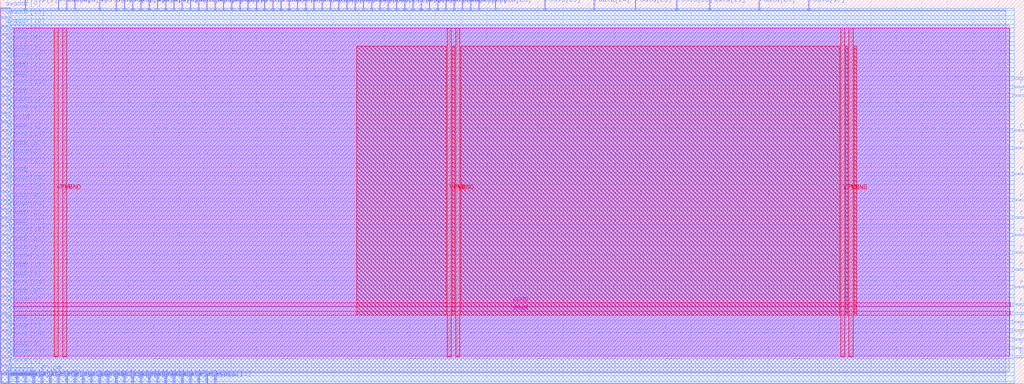
<source format=lef>
VERSION 5.7 ;
  NOWIREEXTENSIONATPIN ON ;
  DIVIDERCHAR "/" ;
  BUSBITCHARS "[]" ;
MACRO cordic_system
  CLASS BLOCK ;
  FOREIGN cordic_system ;
  ORIGIN 0.000 0.000 ;
  SIZE 400.000 BY 150.000 ;
  PIN VGND
    DIRECTION INOUT ;
    USE GROUND ;
    PORT
      LAYER met4 ;
        RECT 24.340 10.640 25.940 138.960 ;
    END
    PORT
      LAYER met4 ;
        RECT 177.940 10.640 179.540 138.960 ;
    END
    PORT
      LAYER met4 ;
        RECT 331.540 10.640 333.140 138.960 ;
    END
    PORT
      LAYER met5 ;
        RECT 5.280 30.030 394.460 31.630 ;
    END
  END VGND
  PIN VPWR
    DIRECTION INOUT ;
    USE POWER ;
    PORT
      LAYER met4 ;
        RECT 21.040 10.640 22.640 138.960 ;
    END
    PORT
      LAYER met4 ;
        RECT 174.640 10.640 176.240 138.960 ;
    END
    PORT
      LAYER met4 ;
        RECT 328.240 10.640 329.840 138.960 ;
    END
    PORT
      LAYER met5 ;
        RECT 5.280 26.730 394.460 28.330 ;
    END
  END VPWR
  PIN aclk
    DIRECTION INPUT ;
    USE SIGNAL ;
    ANTENNAGATEAREA 0.213000 ;
    PORT
      LAYER met3 ;
        RECT 0.000 0.040 4.000 0.640 ;
    END
  END aclk
  PIN araddr[0]
    DIRECTION INPUT ;
    USE SIGNAL ;
    ANTENNAGATEAREA 0.196500 ;
    PORT
      LAYER met3 ;
        RECT 0.000 88.440 4.000 89.040 ;
    END
  END araddr[0]
  PIN araddr[10]
    DIRECTION INPUT ;
    USE SIGNAL ;
    ANTENNAGATEAREA 0.196500 ;
    PORT
      LAYER met3 ;
        RECT 0.000 68.040 4.000 68.640 ;
    END
  END araddr[10]
  PIN araddr[11]
    DIRECTION INPUT ;
    USE SIGNAL ;
    ANTENNAGATEAREA 0.196500 ;
    PORT
      LAYER met3 ;
        RECT 0.000 23.840 4.000 24.440 ;
    END
  END araddr[11]
  PIN araddr[12]
    DIRECTION INPUT ;
    USE SIGNAL ;
    ANTENNAGATEAREA 0.196500 ;
    PORT
      LAYER met3 ;
        RECT 0.000 108.840 4.000 109.440 ;
    END
  END araddr[12]
  PIN araddr[13]
    DIRECTION INPUT ;
    USE SIGNAL ;
    ANTENNAGATEAREA 0.196500 ;
    PORT
      LAYER met3 ;
        RECT 0.000 10.240 4.000 10.840 ;
    END
  END araddr[13]
  PIN araddr[14]
    DIRECTION INPUT ;
    USE SIGNAL ;
    ANTENNAGATEAREA 0.196500 ;
    PORT
      LAYER met3 ;
        RECT 0.000 44.240 4.000 44.840 ;
    END
  END araddr[14]
  PIN araddr[15]
    DIRECTION INPUT ;
    USE SIGNAL ;
    ANTENNAGATEAREA 0.196500 ;
    PORT
      LAYER met3 ;
        RECT 0.000 61.240 4.000 61.840 ;
    END
  END araddr[15]
  PIN araddr[16]
    DIRECTION INPUT ;
    USE SIGNAL ;
    ANTENNAGATEAREA 0.196500 ;
    PORT
      LAYER met3 ;
        RECT 0.000 95.240 4.000 95.840 ;
    END
  END araddr[16]
  PIN araddr[17]
    DIRECTION INPUT ;
    USE SIGNAL ;
    ANTENNAGATEAREA 0.196500 ;
    PORT
      LAYER met3 ;
        RECT 0.000 85.040 4.000 85.640 ;
    END
  END araddr[17]
  PIN araddr[18]
    DIRECTION INPUT ;
    USE SIGNAL ;
    ANTENNAGATEAREA 0.196500 ;
    PORT
      LAYER met3 ;
        RECT 0.000 57.840 4.000 58.440 ;
    END
  END araddr[18]
  PIN araddr[19]
    DIRECTION INPUT ;
    USE SIGNAL ;
    ANTENNAGATEAREA 0.196500 ;
    PORT
      LAYER met3 ;
        RECT 0.000 115.640 4.000 116.240 ;
    END
  END araddr[19]
  PIN araddr[1]
    DIRECTION INPUT ;
    USE SIGNAL ;
    ANTENNAGATEAREA 0.196500 ;
    PORT
      LAYER met3 ;
        RECT 0.000 6.840 4.000 7.440 ;
    END
  END araddr[1]
  PIN araddr[20]
    DIRECTION INPUT ;
    USE SIGNAL ;
    ANTENNAGATEAREA 0.196500 ;
    PORT
      LAYER met3 ;
        RECT 0.000 47.640 4.000 48.240 ;
    END
  END araddr[20]
  PIN araddr[21]
    DIRECTION INPUT ;
    USE SIGNAL ;
    ANTENNAGATEAREA 0.196500 ;
    PORT
      LAYER met3 ;
        RECT 0.000 54.440 4.000 55.040 ;
    END
  END araddr[21]
  PIN araddr[22]
    DIRECTION INPUT ;
    USE SIGNAL ;
    ANTENNAGATEAREA 0.196500 ;
    PORT
      LAYER met3 ;
        RECT 0.000 64.640 4.000 65.240 ;
    END
  END araddr[22]
  PIN araddr[23]
    DIRECTION INPUT ;
    USE SIGNAL ;
    ANTENNAGATEAREA 0.196500 ;
    PORT
      LAYER met3 ;
        RECT 0.000 91.840 4.000 92.440 ;
    END
  END araddr[23]
  PIN araddr[24]
    DIRECTION INPUT ;
    USE SIGNAL ;
    ANTENNAGATEAREA 0.196500 ;
    PORT
      LAYER met3 ;
        RECT 0.000 37.440 4.000 38.040 ;
    END
  END araddr[24]
  PIN araddr[25]
    DIRECTION INPUT ;
    USE SIGNAL ;
    ANTENNAGATEAREA 0.196500 ;
    PORT
      LAYER met3 ;
        RECT 0.000 71.440 4.000 72.040 ;
    END
  END araddr[25]
  PIN araddr[26]
    DIRECTION INPUT ;
    USE SIGNAL ;
    ANTENNAGATEAREA 0.196500 ;
    PORT
      LAYER met3 ;
        RECT 0.000 74.840 4.000 75.440 ;
    END
  END araddr[26]
  PIN araddr[27]
    DIRECTION INPUT ;
    USE SIGNAL ;
    ANTENNAGATEAREA 0.196500 ;
    PORT
      LAYER met3 ;
        RECT 0.000 34.040 4.000 34.640 ;
    END
  END araddr[27]
  PIN araddr[28]
    DIRECTION INPUT ;
    USE SIGNAL ;
    ANTENNAGATEAREA 0.196500 ;
    PORT
      LAYER met3 ;
        RECT 0.000 78.240 4.000 78.840 ;
    END
  END araddr[28]
  PIN araddr[29]
    DIRECTION INPUT ;
    USE SIGNAL ;
    ANTENNAGATEAREA 0.196500 ;
    PORT
      LAYER met3 ;
        RECT 0.000 17.040 4.000 17.640 ;
    END
  END araddr[29]
  PIN araddr[2]
    DIRECTION INPUT ;
    USE SIGNAL ;
    ANTENNAGATEAREA 0.196500 ;
    PORT
      LAYER met3 ;
        RECT 0.000 20.440 4.000 21.040 ;
    END
  END araddr[2]
  PIN araddr[30]
    DIRECTION INPUT ;
    USE SIGNAL ;
    ANTENNAGATEAREA 0.196500 ;
    PORT
      LAYER met3 ;
        RECT 0.000 27.240 4.000 27.840 ;
    END
  END araddr[30]
  PIN araddr[31]
    DIRECTION INPUT ;
    USE SIGNAL ;
    ANTENNAGATEAREA 0.196500 ;
    PORT
      LAYER met3 ;
        RECT 0.000 51.040 4.000 51.640 ;
    END
  END araddr[31]
  PIN araddr[3]
    DIRECTION INPUT ;
    USE SIGNAL ;
    ANTENNAGATEAREA 0.196500 ;
    PORT
      LAYER met3 ;
        RECT 0.000 13.640 4.000 14.240 ;
    END
  END araddr[3]
  PIN araddr[4]
    DIRECTION INPUT ;
    USE SIGNAL ;
    ANTENNAGATEAREA 0.196500 ;
    PORT
      LAYER met3 ;
        RECT 0.000 105.440 4.000 106.040 ;
    END
  END araddr[4]
  PIN araddr[5]
    DIRECTION INPUT ;
    USE SIGNAL ;
    ANTENNAGATEAREA 0.196500 ;
    PORT
      LAYER met3 ;
        RECT 0.000 98.640 4.000 99.240 ;
    END
  END araddr[5]
  PIN araddr[6]
    DIRECTION INPUT ;
    USE SIGNAL ;
    ANTENNAGATEAREA 0.196500 ;
    PORT
      LAYER met3 ;
        RECT 0.000 112.240 4.000 112.840 ;
    END
  END araddr[6]
  PIN araddr[7]
    DIRECTION INPUT ;
    USE SIGNAL ;
    ANTENNAGATEAREA 0.196500 ;
    PORT
      LAYER met3 ;
        RECT 0.000 119.040 4.000 119.640 ;
    END
  END araddr[7]
  PIN araddr[8]
    DIRECTION INPUT ;
    USE SIGNAL ;
    ANTENNAGATEAREA 0.196500 ;
    PORT
      LAYER met3 ;
        RECT 0.000 30.640 4.000 31.240 ;
    END
  END araddr[8]
  PIN araddr[9]
    DIRECTION INPUT ;
    USE SIGNAL ;
    ANTENNAGATEAREA 0.196500 ;
    PORT
      LAYER met3 ;
        RECT 0.000 40.840 4.000 41.440 ;
    END
  END araddr[9]
  PIN aresetn
    DIRECTION INPUT ;
    USE SIGNAL ;
    ANTENNAGATEAREA 0.213000 ;
    PORT
      LAYER met3 ;
        RECT 0.000 3.440 4.000 4.040 ;
    END
  END aresetn
  PIN arready
    DIRECTION OUTPUT ;
    USE SIGNAL ;
    ANTENNADIFFAREA 0.445500 ;
    PORT
      LAYER met2 ;
        RECT 106.350 146.000 106.630 150.000 ;
    END
  END arready
  PIN arvalid
    DIRECTION INPUT ;
    USE SIGNAL ;
    ANTENNAGATEAREA 0.196500 ;
    PORT
      LAYER met2 ;
        RECT 96.690 146.000 96.970 150.000 ;
    END
  END arvalid
  PIN awaddr[0]
    DIRECTION INPUT ;
    USE SIGNAL ;
    ANTENNAGATEAREA 0.196500 ;
    PORT
      LAYER met3 ;
        RECT 0.000 146.240 4.000 146.840 ;
    END
  END awaddr[0]
  PIN awaddr[10]
    DIRECTION INPUT ;
    USE SIGNAL ;
    ANTENNAGATEAREA 0.196500 ;
    PORT
      LAYER met3 ;
        RECT 0.000 139.440 4.000 140.040 ;
    END
  END awaddr[10]
  PIN awaddr[11]
    DIRECTION INPUT ;
    USE SIGNAL ;
    ANTENNAGATEAREA 0.196500 ;
    PORT
      LAYER met2 ;
        RECT 45.170 146.000 45.450 150.000 ;
    END
  END awaddr[11]
  PIN awaddr[12]
    DIRECTION INPUT ;
    USE SIGNAL ;
    ANTENNAGATEAREA 0.196500 ;
    PORT
      LAYER met2 ;
        RECT 83.810 146.000 84.090 150.000 ;
    END
  END awaddr[12]
  PIN awaddr[13]
    DIRECTION INPUT ;
    USE SIGNAL ;
    ANTENNAGATEAREA 0.196500 ;
    PORT
      LAYER met3 ;
        RECT 0.000 142.840 4.000 143.440 ;
    END
  END awaddr[13]
  PIN awaddr[14]
    DIRECTION INPUT ;
    USE SIGNAL ;
    ANTENNAGATEAREA 0.196500 ;
    PORT
      LAYER met2 ;
        RECT 48.390 146.000 48.670 150.000 ;
    END
  END awaddr[14]
  PIN awaddr[15]
    DIRECTION INPUT ;
    USE SIGNAL ;
    ANTENNAGATEAREA 0.196500 ;
    PORT
      LAYER met2 ;
        RECT 87.030 146.000 87.310 150.000 ;
    END
  END awaddr[15]
  PIN awaddr[16]
    DIRECTION INPUT ;
    USE SIGNAL ;
    ANTENNAGATEAREA 0.196500 ;
    PORT
      LAYER met2 ;
        RECT 186.850 146.000 187.130 150.000 ;
    END
  END awaddr[16]
  PIN awaddr[17]
    DIRECTION INPUT ;
    USE SIGNAL ;
    ANTENNAGATEAREA 0.196500 ;
    PORT
      LAYER met2 ;
        RECT 180.410 146.000 180.690 150.000 ;
    END
  END awaddr[17]
  PIN awaddr[18]
    DIRECTION INPUT ;
    USE SIGNAL ;
    ANTENNAGATEAREA 0.196500 ;
    PORT
      LAYER met2 ;
        RECT 119.230 146.000 119.510 150.000 ;
    END
  END awaddr[18]
  PIN awaddr[19]
    DIRECTION INPUT ;
    USE SIGNAL ;
    ANTENNAGATEAREA 0.196500 ;
    PORT
      LAYER met2 ;
        RECT 122.450 146.000 122.730 150.000 ;
    END
  END awaddr[19]
  PIN awaddr[1]
    DIRECTION INPUT ;
    USE SIGNAL ;
    ANTENNAGATEAREA 0.196500 ;
    PORT
      LAYER met3 ;
        RECT 0.000 122.440 4.000 123.040 ;
    END
  END awaddr[1]
  PIN awaddr[20]
    DIRECTION INPUT ;
    USE SIGNAL ;
    ANTENNAGATEAREA 0.196500 ;
    PORT
      LAYER met2 ;
        RECT 177.190 146.000 177.470 150.000 ;
    END
  END awaddr[20]
  PIN awaddr[21]
    DIRECTION INPUT ;
    USE SIGNAL ;
    ANTENNAGATEAREA 0.196500 ;
    PORT
      LAYER met2 ;
        RECT 135.330 146.000 135.610 150.000 ;
    END
  END awaddr[21]
  PIN awaddr[22]
    DIRECTION INPUT ;
    USE SIGNAL ;
    ANTENNAGATEAREA 0.196500 ;
    PORT
      LAYER met2 ;
        RECT 125.670 146.000 125.950 150.000 ;
    END
  END awaddr[22]
  PIN awaddr[23]
    DIRECTION INPUT ;
    USE SIGNAL ;
    ANTENNAGATEAREA 0.196500 ;
    PORT
      LAYER met2 ;
        RECT 128.890 146.000 129.170 150.000 ;
    END
  END awaddr[23]
  PIN awaddr[24]
    DIRECTION INPUT ;
    USE SIGNAL ;
    ANTENNAGATEAREA 0.196500 ;
    PORT
      LAYER met2 ;
        RECT 170.750 146.000 171.030 150.000 ;
    END
  END awaddr[24]
  PIN awaddr[25]
    DIRECTION INPUT ;
    USE SIGNAL ;
    ANTENNAGATEAREA 0.196500 ;
    PORT
      LAYER met2 ;
        RECT 144.990 146.000 145.270 150.000 ;
    END
  END awaddr[25]
  PIN awaddr[26]
    DIRECTION INPUT ;
    USE SIGNAL ;
    ANTENNAGATEAREA 0.196500 ;
    PORT
      LAYER met2 ;
        RECT 141.770 146.000 142.050 150.000 ;
    END
  END awaddr[26]
  PIN awaddr[27]
    DIRECTION INPUT ;
    USE SIGNAL ;
    ANTENNAGATEAREA 0.196500 ;
    PORT
      LAYER met2 ;
        RECT 151.430 146.000 151.710 150.000 ;
    END
  END awaddr[27]
  PIN awaddr[28]
    DIRECTION INPUT ;
    USE SIGNAL ;
    ANTENNAGATEAREA 0.196500 ;
    PORT
      LAYER met2 ;
        RECT 148.210 146.000 148.490 150.000 ;
    END
  END awaddr[28]
  PIN awaddr[29]
    DIRECTION INPUT ;
    USE SIGNAL ;
    ANTENNAGATEAREA 0.196500 ;
    PORT
      LAYER met2 ;
        RECT 161.090 146.000 161.370 150.000 ;
    END
  END awaddr[29]
  PIN awaddr[2]
    DIRECTION INPUT ;
    USE SIGNAL ;
    ANTENNAGATEAREA 0.196500 ;
    PORT
      LAYER met3 ;
        RECT 0.000 136.040 4.000 136.640 ;
    END
  END awaddr[2]
  PIN awaddr[30]
    DIRECTION INPUT ;
    USE SIGNAL ;
    ANTENNAGATEAREA 0.196500 ;
    PORT
      LAYER met2 ;
        RECT 138.550 146.000 138.830 150.000 ;
    END
  END awaddr[30]
  PIN awaddr[31]
    DIRECTION INPUT ;
    USE SIGNAL ;
    ANTENNAGATEAREA 0.196500 ;
    PORT
      LAYER met2 ;
        RECT 154.650 146.000 154.930 150.000 ;
    END
  END awaddr[31]
  PIN awaddr[3]
    DIRECTION INPUT ;
    USE SIGNAL ;
    ANTENNAGATEAREA 0.196500 ;
    PORT
      LAYER met2 ;
        RECT 90.250 146.000 90.530 150.000 ;
    END
  END awaddr[3]
  PIN awaddr[4]
    DIRECTION INPUT ;
    USE SIGNAL ;
    ANTENNAGATEAREA 0.196500 ;
    PORT
      LAYER met2 ;
        RECT 74.150 146.000 74.430 150.000 ;
    END
  END awaddr[4]
  PIN awaddr[5]
    DIRECTION INPUT ;
    USE SIGNAL ;
    ANTENNAGATEAREA 0.196500 ;
    PORT
      LAYER met2 ;
        RECT 77.370 146.000 77.650 150.000 ;
    END
  END awaddr[5]
  PIN awaddr[6]
    DIRECTION INPUT ;
    USE SIGNAL ;
    ANTENNAGATEAREA 0.196500 ;
    PORT
      LAYER met3 ;
        RECT 0.000 132.640 4.000 133.240 ;
    END
  END awaddr[6]
  PIN awaddr[7]
    DIRECTION INPUT ;
    USE SIGNAL ;
    ANTENNAGATEAREA 0.196500 ;
    PORT
      LAYER met3 ;
        RECT 0.000 129.240 4.000 129.840 ;
    END
  END awaddr[7]
  PIN awaddr[8]
    DIRECTION INPUT ;
    USE SIGNAL ;
    ANTENNAGATEAREA 0.196500 ;
    PORT
      LAYER met2 ;
        RECT 80.590 146.000 80.870 150.000 ;
    END
  END awaddr[8]
  PIN awaddr[9]
    DIRECTION INPUT ;
    USE SIGNAL ;
    ANTENNAGATEAREA 0.196500 ;
    PORT
      LAYER met3 ;
        RECT 0.000 125.840 4.000 126.440 ;
    END
  END awaddr[9]
  PIN awready
    DIRECTION OUTPUT ;
    USE SIGNAL ;
    ANTENNADIFFAREA 0.445500 ;
    PORT
      LAYER met2 ;
        RECT 116.010 146.000 116.290 150.000 ;
    END
  END awready
  PIN awvalid
    DIRECTION INPUT ;
    USE SIGNAL ;
    ANTENNAGATEAREA 0.126000 ;
    PORT
      LAYER met2 ;
        RECT 93.470 146.000 93.750 150.000 ;
    END
  END awvalid
  PIN bready
    DIRECTION INPUT ;
    USE SIGNAL ;
    ANTENNAGATEAREA 0.196500 ;
    PORT
      LAYER met3 ;
        RECT 0.000 81.640 4.000 82.240 ;
    END
  END bready
  PIN bresp[0]
    DIRECTION OUTPUT ;
    USE SIGNAL ;
    PORT
      LAYER met3 ;
        RECT 396.000 10.240 400.000 10.840 ;
    END
  END bresp[0]
  PIN bresp[1]
    DIRECTION OUTPUT ;
    USE SIGNAL ;
    ANTENNADIFFAREA 0.445500 ;
    PORT
      LAYER met2 ;
        RECT 112.790 146.000 113.070 150.000 ;
    END
  END bresp[1]
  PIN bvalid
    DIRECTION OUTPUT ;
    USE SIGNAL ;
    ANTENNADIFFAREA 0.445500 ;
    PORT
      LAYER met3 ;
        RECT 0.000 102.040 4.000 102.640 ;
    END
  END bvalid
  PIN rdata[0]
    DIRECTION OUTPUT ;
    USE SIGNAL ;
    ANTENNADIFFAREA 0.445500 ;
    PORT
      LAYER met2 ;
        RECT 132.110 146.000 132.390 150.000 ;
    END
  END rdata[0]
  PIN rdata[10]
    DIRECTION OUTPUT ;
    USE SIGNAL ;
    ANTENNADIFFAREA 0.445500 ;
    PORT
      LAYER met3 ;
        RECT 396.000 57.840 400.000 58.440 ;
    END
  END rdata[10]
  PIN rdata[11]
    DIRECTION OUTPUT ;
    USE SIGNAL ;
    ANTENNADIFFAREA 0.445500 ;
    PORT
      LAYER met3 ;
        RECT 396.000 64.640 400.000 65.240 ;
    END
  END rdata[11]
  PIN rdata[12]
    DIRECTION OUTPUT ;
    USE SIGNAL ;
    ANTENNADIFFAREA 0.445500 ;
    PORT
      LAYER met3 ;
        RECT 396.000 71.440 400.000 72.040 ;
    END
  END rdata[12]
  PIN rdata[13]
    DIRECTION OUTPUT ;
    USE SIGNAL ;
    ANTENNADIFFAREA 0.445500 ;
    PORT
      LAYER met3 ;
        RECT 396.000 91.840 400.000 92.440 ;
    END
  END rdata[13]
  PIN rdata[14]
    DIRECTION OUTPUT ;
    USE SIGNAL ;
    ANTENNADIFFAREA 0.445500 ;
    PORT
      LAYER met3 ;
        RECT 396.000 81.640 400.000 82.240 ;
    END
  END rdata[14]
  PIN rdata[15]
    DIRECTION OUTPUT ;
    USE SIGNAL ;
    ANTENNADIFFAREA 0.445500 ;
    PORT
      LAYER met3 ;
        RECT 396.000 98.640 400.000 99.240 ;
    END
  END rdata[15]
  PIN rdata[16]
    DIRECTION OUTPUT ;
    USE SIGNAL ;
    ANTENNADIFFAREA 0.445500 ;
    PORT
      LAYER met3 ;
        RECT 396.000 115.640 400.000 116.240 ;
    END
  END rdata[16]
  PIN rdata[17]
    DIRECTION OUTPUT ;
    USE SIGNAL ;
    ANTENNADIFFAREA 0.445500 ;
    PORT
      LAYER met3 ;
        RECT 396.000 112.240 400.000 112.840 ;
    END
  END rdata[17]
  PIN rdata[18]
    DIRECTION OUTPUT ;
    USE SIGNAL ;
    ANTENNADIFFAREA 0.445500 ;
    PORT
      LAYER met3 ;
        RECT 396.000 119.040 400.000 119.640 ;
    END
  END rdata[18]
  PIN rdata[19]
    DIRECTION OUTPUT ;
    USE SIGNAL ;
    ANTENNADIFFAREA 0.445500 ;
    PORT
      LAYER met2 ;
        RECT 315.650 146.000 315.930 150.000 ;
    END
  END rdata[19]
  PIN rdata[1]
    DIRECTION OUTPUT ;
    USE SIGNAL ;
    ANTENNADIFFAREA 0.445500 ;
    PORT
      LAYER met3 ;
        RECT 396.000 23.840 400.000 24.440 ;
    END
  END rdata[1]
  PIN rdata[20]
    DIRECTION OUTPUT ;
    USE SIGNAL ;
    ANTENNADIFFAREA 0.445500 ;
    PORT
      LAYER met2 ;
        RECT 296.330 146.000 296.610 150.000 ;
    END
  END rdata[20]
  PIN rdata[21]
    DIRECTION OUTPUT ;
    USE SIGNAL ;
    ANTENNADIFFAREA 0.445500 ;
    PORT
      LAYER met2 ;
        RECT 277.010 146.000 277.290 150.000 ;
    END
  END rdata[21]
  PIN rdata[22]
    DIRECTION OUTPUT ;
    USE SIGNAL ;
    ANTENNADIFFAREA 0.445500 ;
    PORT
      LAYER met2 ;
        RECT 264.130 146.000 264.410 150.000 ;
    END
  END rdata[22]
  PIN rdata[23]
    DIRECTION OUTPUT ;
    USE SIGNAL ;
    ANTENNADIFFAREA 0.445500 ;
    PORT
      LAYER met2 ;
        RECT 248.030 146.000 248.310 150.000 ;
    END
  END rdata[23]
  PIN rdata[24]
    DIRECTION OUTPUT ;
    USE SIGNAL ;
    ANTENNADIFFAREA 0.445500 ;
    PORT
      LAYER met2 ;
        RECT 231.930 146.000 232.210 150.000 ;
    END
  END rdata[24]
  PIN rdata[25]
    DIRECTION OUTPUT ;
    USE SIGNAL ;
    ANTENNADIFFAREA 0.445500 ;
    PORT
      LAYER met2 ;
        RECT 212.610 146.000 212.890 150.000 ;
    END
  END rdata[25]
  PIN rdata[26]
    DIRECTION OUTPUT ;
    USE SIGNAL ;
    ANTENNADIFFAREA 0.445500 ;
    PORT
      LAYER met2 ;
        RECT 193.290 146.000 193.570 150.000 ;
    END
  END rdata[26]
  PIN rdata[27]
    DIRECTION OUTPUT ;
    USE SIGNAL ;
    ANTENNADIFFAREA 0.445500 ;
    PORT
      LAYER met2 ;
        RECT 183.630 146.000 183.910 150.000 ;
    END
  END rdata[27]
  PIN rdata[28]
    DIRECTION OUTPUT ;
    USE SIGNAL ;
    ANTENNADIFFAREA 0.445500 ;
    PORT
      LAYER met2 ;
        RECT 173.970 146.000 174.250 150.000 ;
    END
  END rdata[28]
  PIN rdata[29]
    DIRECTION OUTPUT ;
    USE SIGNAL ;
    ANTENNADIFFAREA 0.445500 ;
    PORT
      LAYER met2 ;
        RECT 164.310 146.000 164.590 150.000 ;
    END
  END rdata[29]
  PIN rdata[2]
    DIRECTION OUTPUT ;
    USE SIGNAL ;
    ANTENNADIFFAREA 0.445500 ;
    PORT
      LAYER met3 ;
        RECT 396.000 20.440 400.000 21.040 ;
    END
  END rdata[2]
  PIN rdata[30]
    DIRECTION OUTPUT ;
    USE SIGNAL ;
    ANTENNADIFFAREA 0.445500 ;
    PORT
      LAYER met2 ;
        RECT 157.870 146.000 158.150 150.000 ;
    END
  END rdata[30]
  PIN rdata[31]
    DIRECTION OUTPUT ;
    USE SIGNAL ;
    ANTENNADIFFAREA 0.445500 ;
    PORT
      LAYER met2 ;
        RECT 167.530 146.000 167.810 150.000 ;
    END
  END rdata[31]
  PIN rdata[3]
    DIRECTION OUTPUT ;
    USE SIGNAL ;
    ANTENNADIFFAREA 0.445500 ;
    PORT
      LAYER met3 ;
        RECT 396.000 17.040 400.000 17.640 ;
    END
  END rdata[3]
  PIN rdata[4]
    DIRECTION OUTPUT ;
    USE SIGNAL ;
    ANTENNADIFFAREA 0.445500 ;
    PORT
      LAYER met3 ;
        RECT 396.000 13.640 400.000 14.240 ;
    END
  END rdata[4]
  PIN rdata[5]
    DIRECTION OUTPUT ;
    USE SIGNAL ;
    ANTENNADIFFAREA 0.445500 ;
    PORT
      LAYER met3 ;
        RECT 396.000 30.640 400.000 31.240 ;
    END
  END rdata[5]
  PIN rdata[6]
    DIRECTION OUTPUT ;
    USE SIGNAL ;
    ANTENNADIFFAREA 0.445500 ;
    PORT
      LAYER met3 ;
        RECT 396.000 27.240 400.000 27.840 ;
    END
  END rdata[6]
  PIN rdata[7]
    DIRECTION OUTPUT ;
    USE SIGNAL ;
    ANTENNADIFFAREA 0.445500 ;
    PORT
      LAYER met3 ;
        RECT 396.000 37.440 400.000 38.040 ;
    END
  END rdata[7]
  PIN rdata[8]
    DIRECTION OUTPUT ;
    USE SIGNAL ;
    ANTENNADIFFAREA 0.445500 ;
    PORT
      LAYER met3 ;
        RECT 396.000 44.240 400.000 44.840 ;
    END
  END rdata[8]
  PIN rdata[9]
    DIRECTION OUTPUT ;
    USE SIGNAL ;
    ANTENNADIFFAREA 0.445500 ;
    PORT
      LAYER met3 ;
        RECT 396.000 51.040 400.000 51.640 ;
    END
  END rdata[9]
  PIN rready
    DIRECTION INPUT ;
    USE SIGNAL ;
    ANTENNAGATEAREA 0.196500 ;
    PORT
      LAYER met2 ;
        RECT 99.910 146.000 100.190 150.000 ;
    END
  END rready
  PIN rresp[0]
    DIRECTION OUTPUT ;
    USE SIGNAL ;
    PORT
      LAYER met2 ;
        RECT 9.750 146.000 10.030 150.000 ;
    END
  END rresp[0]
  PIN rresp[1]
    DIRECTION OUTPUT ;
    USE SIGNAL ;
    ANTENNADIFFAREA 0.445500 ;
    PORT
      LAYER met2 ;
        RECT 58.050 146.000 58.330 150.000 ;
    END
  END rresp[1]
  PIN rvalid
    DIRECTION OUTPUT ;
    USE SIGNAL ;
    ANTENNADIFFAREA 0.445500 ;
    PORT
      LAYER met2 ;
        RECT 103.130 146.000 103.410 150.000 ;
    END
  END rvalid
  PIN wdata[0]
    DIRECTION INPUT ;
    USE SIGNAL ;
    ANTENNAGATEAREA 0.196500 ;
    PORT
      LAYER met2 ;
        RECT 61.270 146.000 61.550 150.000 ;
    END
  END wdata[0]
  PIN wdata[10]
    DIRECTION INPUT ;
    USE SIGNAL ;
    ANTENNAGATEAREA 0.196500 ;
    PORT
      LAYER met2 ;
        RECT 0.090 0.000 0.370 4.000 ;
    END
  END wdata[10]
  PIN wdata[11]
    DIRECTION INPUT ;
    USE SIGNAL ;
    ANTENNAGATEAREA 0.196500 ;
    PORT
      LAYER met2 ;
        RECT 83.810 0.000 84.090 4.000 ;
    END
  END wdata[11]
  PIN wdata[12]
    DIRECTION INPUT ;
    USE SIGNAL ;
    ANTENNAGATEAREA 0.196500 ;
    PORT
      LAYER met2 ;
        RECT 61.270 0.000 61.550 4.000 ;
    END
  END wdata[12]
  PIN wdata[13]
    DIRECTION INPUT ;
    USE SIGNAL ;
    ANTENNAGATEAREA 0.196500 ;
    PORT
      LAYER met2 ;
        RECT 9.750 0.000 10.030 4.000 ;
    END
  END wdata[13]
  PIN wdata[14]
    DIRECTION INPUT ;
    USE SIGNAL ;
    ANTENNAGATEAREA 0.196500 ;
    PORT
      LAYER met2 ;
        RECT 74.150 0.000 74.430 4.000 ;
    END
  END wdata[14]
  PIN wdata[15]
    DIRECTION INPUT ;
    USE SIGNAL ;
    ANTENNAGATEAREA 0.196500 ;
    PORT
      LAYER met2 ;
        RECT 58.050 0.000 58.330 4.000 ;
    END
  END wdata[15]
  PIN wdata[16]
    DIRECTION INPUT ;
    USE SIGNAL ;
    ANTENNAGATEAREA 0.196500 ;
    PORT
      LAYER met2 ;
        RECT 51.610 0.000 51.890 4.000 ;
    END
  END wdata[16]
  PIN wdata[17]
    DIRECTION INPUT ;
    USE SIGNAL ;
    ANTENNAGATEAREA 0.196500 ;
    PORT
      LAYER met2 ;
        RECT 38.730 0.000 39.010 4.000 ;
    END
  END wdata[17]
  PIN wdata[18]
    DIRECTION INPUT ;
    USE SIGNAL ;
    ANTENNAGATEAREA 0.196500 ;
    PORT
      LAYER met2 ;
        RECT 45.170 0.000 45.450 4.000 ;
    END
  END wdata[18]
  PIN wdata[19]
    DIRECTION INPUT ;
    USE SIGNAL ;
    ANTENNAGATEAREA 0.196500 ;
    PORT
      LAYER met2 ;
        RECT 54.830 0.000 55.110 4.000 ;
    END
  END wdata[19]
  PIN wdata[1]
    DIRECTION INPUT ;
    USE SIGNAL ;
    ANTENNAGATEAREA 0.196500 ;
    PORT
      LAYER met2 ;
        RECT 64.490 146.000 64.770 150.000 ;
    END
  END wdata[1]
  PIN wdata[20]
    DIRECTION INPUT ;
    USE SIGNAL ;
    ANTENNAGATEAREA 0.196500 ;
    PORT
      LAYER met2 ;
        RECT 29.070 0.000 29.350 4.000 ;
    END
  END wdata[20]
  PIN wdata[21]
    DIRECTION INPUT ;
    USE SIGNAL ;
    ANTENNAGATEAREA 0.196500 ;
    PORT
      LAYER met2 ;
        RECT 70.930 0.000 71.210 4.000 ;
    END
  END wdata[21]
  PIN wdata[22]
    DIRECTION INPUT ;
    USE SIGNAL ;
    ANTENNAGATEAREA 0.196500 ;
    PORT
      LAYER met2 ;
        RECT 80.590 0.000 80.870 4.000 ;
    END
  END wdata[22]
  PIN wdata[23]
    DIRECTION INPUT ;
    USE SIGNAL ;
    ANTENNAGATEAREA 0.196500 ;
    PORT
      LAYER met2 ;
        RECT 12.970 0.000 13.250 4.000 ;
    END
  END wdata[23]
  PIN wdata[24]
    DIRECTION INPUT ;
    USE SIGNAL ;
    ANTENNAGATEAREA 0.196500 ;
    PORT
      LAYER met2 ;
        RECT 35.510 0.000 35.790 4.000 ;
    END
  END wdata[24]
  PIN wdata[25]
    DIRECTION INPUT ;
    USE SIGNAL ;
    ANTENNAGATEAREA 0.196500 ;
    PORT
      LAYER met2 ;
        RECT 41.950 0.000 42.230 4.000 ;
    END
  END wdata[25]
  PIN wdata[26]
    DIRECTION INPUT ;
    USE SIGNAL ;
    ANTENNAGATEAREA 0.196500 ;
    PORT
      LAYER met2 ;
        RECT 16.190 0.000 16.470 4.000 ;
    END
  END wdata[26]
  PIN wdata[27]
    DIRECTION INPUT ;
    USE SIGNAL ;
    ANTENNAGATEAREA 0.196500 ;
    PORT
      LAYER met2 ;
        RECT 64.490 0.000 64.770 4.000 ;
    END
  END wdata[27]
  PIN wdata[28]
    DIRECTION INPUT ;
    USE SIGNAL ;
    ANTENNAGATEAREA 0.196500 ;
    PORT
      LAYER met2 ;
        RECT 77.370 0.000 77.650 4.000 ;
    END
  END wdata[28]
  PIN wdata[29]
    DIRECTION INPUT ;
    USE SIGNAL ;
    ANTENNAGATEAREA 0.196500 ;
    PORT
      LAYER met2 ;
        RECT 32.290 0.000 32.570 4.000 ;
    END
  END wdata[29]
  PIN wdata[2]
    DIRECTION INPUT ;
    USE SIGNAL ;
    ANTENNAGATEAREA 0.196500 ;
    PORT
      LAYER met2 ;
        RECT 54.830 146.000 55.110 150.000 ;
    END
  END wdata[2]
  PIN wdata[30]
    DIRECTION INPUT ;
    USE SIGNAL ;
    ANTENNAGATEAREA 0.196500 ;
    PORT
      LAYER met2 ;
        RECT 48.390 0.000 48.670 4.000 ;
    END
  END wdata[30]
  PIN wdata[31]
    DIRECTION INPUT ;
    USE SIGNAL ;
    ANTENNAGATEAREA 0.196500 ;
    PORT
      LAYER met2 ;
        RECT 25.850 0.000 26.130 4.000 ;
    END
  END wdata[31]
  PIN wdata[3]
    DIRECTION INPUT ;
    USE SIGNAL ;
    ANTENNAGATEAREA 0.196500 ;
    PORT
      LAYER met2 ;
        RECT 51.610 146.000 51.890 150.000 ;
    END
  END wdata[3]
  PIN wdata[4]
    DIRECTION INPUT ;
    USE SIGNAL ;
    ANTENNAGATEAREA 0.196500 ;
    PORT
      LAYER met2 ;
        RECT 29.070 146.000 29.350 150.000 ;
    END
  END wdata[4]
  PIN wdata[5]
    DIRECTION INPUT ;
    USE SIGNAL ;
    ANTENNAGATEAREA 0.196500 ;
    PORT
      LAYER met2 ;
        RECT 38.730 146.000 39.010 150.000 ;
    END
  END wdata[5]
  PIN wdata[6]
    DIRECTION INPUT ;
    USE SIGNAL ;
    ANTENNAGATEAREA 0.196500 ;
    PORT
      LAYER met2 ;
        RECT 25.850 146.000 26.130 150.000 ;
    END
  END wdata[6]
  PIN wdata[7]
    DIRECTION INPUT ;
    USE SIGNAL ;
    ANTENNAGATEAREA 0.196500 ;
    PORT
      LAYER met2 ;
        RECT 22.630 146.000 22.910 150.000 ;
    END
  END wdata[7]
  PIN wdata[8]
    DIRECTION INPUT ;
    USE SIGNAL ;
    ANTENNAGATEAREA 0.196500 ;
    PORT
      LAYER met2 ;
        RECT 3.310 0.000 3.590 4.000 ;
    END
  END wdata[8]
  PIN wdata[9]
    DIRECTION INPUT ;
    USE SIGNAL ;
    ANTENNAGATEAREA 0.196500 ;
    PORT
      LAYER met2 ;
        RECT 67.710 0.000 67.990 4.000 ;
    END
  END wdata[9]
  PIN wready
    DIRECTION OUTPUT ;
    USE SIGNAL ;
    ANTENNADIFFAREA 0.445500 ;
    PORT
      LAYER met2 ;
        RECT 109.570 146.000 109.850 150.000 ;
    END
  END wready
  PIN wstrb[0]
    DIRECTION INPUT ;
    USE SIGNAL ;
    ANTENNAGATEAREA 0.196500 ;
    PORT
      LAYER met2 ;
        RECT 67.710 146.000 67.990 150.000 ;
    END
  END wstrb[0]
  PIN wstrb[1]
    DIRECTION INPUT ;
    USE SIGNAL ;
    ANTENNAGATEAREA 0.196500 ;
    PORT
      LAYER met2 ;
        RECT 6.530 0.000 6.810 4.000 ;
    END
  END wstrb[1]
  PIN wstrb[2]
    DIRECTION INPUT ;
    USE SIGNAL ;
    ANTENNAGATEAREA 0.196500 ;
    PORT
      LAYER met2 ;
        RECT 22.630 0.000 22.910 4.000 ;
    END
  END wstrb[2]
  PIN wstrb[3]
    DIRECTION INPUT ;
    USE SIGNAL ;
    ANTENNAGATEAREA 0.196500 ;
    PORT
      LAYER met2 ;
        RECT 19.410 0.000 19.690 4.000 ;
    END
  END wstrb[3]
  PIN wvalid
    DIRECTION INPUT ;
    USE SIGNAL ;
    ANTENNAGATEAREA 0.213000 ;
    PORT
      LAYER met2 ;
        RECT 70.930 146.000 71.210 150.000 ;
    END
  END wvalid
  OBS
      LAYER nwell ;
        RECT 5.330 10.795 394.410 138.910 ;
      LAYER li1 ;
        RECT 5.520 10.795 394.220 138.805 ;
      LAYER met1 ;
        RECT 0.070 4.800 394.220 140.040 ;
      LAYER met2 ;
        RECT 0.100 145.720 9.470 146.725 ;
        RECT 10.310 145.720 22.350 146.725 ;
        RECT 23.190 145.720 25.570 146.725 ;
        RECT 26.410 145.720 28.790 146.725 ;
        RECT 29.630 145.720 38.450 146.725 ;
        RECT 39.290 145.720 44.890 146.725 ;
        RECT 45.730 145.720 48.110 146.725 ;
        RECT 48.950 145.720 51.330 146.725 ;
        RECT 52.170 145.720 54.550 146.725 ;
        RECT 55.390 145.720 57.770 146.725 ;
        RECT 58.610 145.720 60.990 146.725 ;
        RECT 61.830 145.720 64.210 146.725 ;
        RECT 65.050 145.720 67.430 146.725 ;
        RECT 68.270 145.720 70.650 146.725 ;
        RECT 71.490 145.720 73.870 146.725 ;
        RECT 74.710 145.720 77.090 146.725 ;
        RECT 77.930 145.720 80.310 146.725 ;
        RECT 81.150 145.720 83.530 146.725 ;
        RECT 84.370 145.720 86.750 146.725 ;
        RECT 87.590 145.720 89.970 146.725 ;
        RECT 90.810 145.720 93.190 146.725 ;
        RECT 94.030 145.720 96.410 146.725 ;
        RECT 97.250 145.720 99.630 146.725 ;
        RECT 100.470 145.720 102.850 146.725 ;
        RECT 103.690 145.720 106.070 146.725 ;
        RECT 106.910 145.720 109.290 146.725 ;
        RECT 110.130 145.720 112.510 146.725 ;
        RECT 113.350 145.720 115.730 146.725 ;
        RECT 116.570 145.720 118.950 146.725 ;
        RECT 119.790 145.720 122.170 146.725 ;
        RECT 123.010 145.720 125.390 146.725 ;
        RECT 126.230 145.720 128.610 146.725 ;
        RECT 129.450 145.720 131.830 146.725 ;
        RECT 132.670 145.720 135.050 146.725 ;
        RECT 135.890 145.720 138.270 146.725 ;
        RECT 139.110 145.720 141.490 146.725 ;
        RECT 142.330 145.720 144.710 146.725 ;
        RECT 145.550 145.720 147.930 146.725 ;
        RECT 148.770 145.720 151.150 146.725 ;
        RECT 151.990 145.720 154.370 146.725 ;
        RECT 155.210 145.720 157.590 146.725 ;
        RECT 158.430 145.720 160.810 146.725 ;
        RECT 161.650 145.720 164.030 146.725 ;
        RECT 164.870 145.720 167.250 146.725 ;
        RECT 168.090 145.720 170.470 146.725 ;
        RECT 171.310 145.720 173.690 146.725 ;
        RECT 174.530 145.720 176.910 146.725 ;
        RECT 177.750 145.720 180.130 146.725 ;
        RECT 180.970 145.720 183.350 146.725 ;
        RECT 184.190 145.720 186.570 146.725 ;
        RECT 187.410 145.720 193.010 146.725 ;
        RECT 193.850 145.720 212.330 146.725 ;
        RECT 213.170 145.720 231.650 146.725 ;
        RECT 232.490 145.720 247.750 146.725 ;
        RECT 248.590 145.720 263.850 146.725 ;
        RECT 264.690 145.720 276.730 146.725 ;
        RECT 277.570 145.720 296.050 146.725 ;
        RECT 296.890 145.720 315.370 146.725 ;
        RECT 316.210 145.720 392.740 146.725 ;
        RECT 0.100 4.280 392.740 145.720 ;
        RECT 0.650 0.155 3.030 4.280 ;
        RECT 3.870 0.155 6.250 4.280 ;
        RECT 7.090 0.155 9.470 4.280 ;
        RECT 10.310 0.155 12.690 4.280 ;
        RECT 13.530 0.155 15.910 4.280 ;
        RECT 16.750 0.155 19.130 4.280 ;
        RECT 19.970 0.155 22.350 4.280 ;
        RECT 23.190 0.155 25.570 4.280 ;
        RECT 26.410 0.155 28.790 4.280 ;
        RECT 29.630 0.155 32.010 4.280 ;
        RECT 32.850 0.155 35.230 4.280 ;
        RECT 36.070 0.155 38.450 4.280 ;
        RECT 39.290 0.155 41.670 4.280 ;
        RECT 42.510 0.155 44.890 4.280 ;
        RECT 45.730 0.155 48.110 4.280 ;
        RECT 48.950 0.155 51.330 4.280 ;
        RECT 52.170 0.155 54.550 4.280 ;
        RECT 55.390 0.155 57.770 4.280 ;
        RECT 58.610 0.155 60.990 4.280 ;
        RECT 61.830 0.155 64.210 4.280 ;
        RECT 65.050 0.155 67.430 4.280 ;
        RECT 68.270 0.155 70.650 4.280 ;
        RECT 71.490 0.155 73.870 4.280 ;
        RECT 74.710 0.155 77.090 4.280 ;
        RECT 77.930 0.155 80.310 4.280 ;
        RECT 81.150 0.155 83.530 4.280 ;
        RECT 84.370 0.155 392.740 4.280 ;
      LAYER met3 ;
        RECT 4.400 145.840 396.000 146.705 ;
        RECT 3.990 143.840 396.000 145.840 ;
        RECT 4.400 142.440 396.000 143.840 ;
        RECT 3.990 140.440 396.000 142.440 ;
        RECT 4.400 139.040 396.000 140.440 ;
        RECT 3.990 137.040 396.000 139.040 ;
        RECT 4.400 135.640 396.000 137.040 ;
        RECT 3.990 133.640 396.000 135.640 ;
        RECT 4.400 132.240 396.000 133.640 ;
        RECT 3.990 130.240 396.000 132.240 ;
        RECT 4.400 128.840 396.000 130.240 ;
        RECT 3.990 126.840 396.000 128.840 ;
        RECT 4.400 125.440 396.000 126.840 ;
        RECT 3.990 123.440 396.000 125.440 ;
        RECT 4.400 122.040 396.000 123.440 ;
        RECT 3.990 120.040 396.000 122.040 ;
        RECT 4.400 118.640 395.600 120.040 ;
        RECT 3.990 116.640 396.000 118.640 ;
        RECT 4.400 115.240 395.600 116.640 ;
        RECT 3.990 113.240 396.000 115.240 ;
        RECT 4.400 111.840 395.600 113.240 ;
        RECT 3.990 109.840 396.000 111.840 ;
        RECT 4.400 108.440 396.000 109.840 ;
        RECT 3.990 106.440 396.000 108.440 ;
        RECT 4.400 105.040 396.000 106.440 ;
        RECT 3.990 103.040 396.000 105.040 ;
        RECT 4.400 101.640 396.000 103.040 ;
        RECT 3.990 99.640 396.000 101.640 ;
        RECT 4.400 98.240 395.600 99.640 ;
        RECT 3.990 96.240 396.000 98.240 ;
        RECT 4.400 94.840 396.000 96.240 ;
        RECT 3.990 92.840 396.000 94.840 ;
        RECT 4.400 91.440 395.600 92.840 ;
        RECT 3.990 89.440 396.000 91.440 ;
        RECT 4.400 88.040 396.000 89.440 ;
        RECT 3.990 86.040 396.000 88.040 ;
        RECT 4.400 84.640 396.000 86.040 ;
        RECT 3.990 82.640 396.000 84.640 ;
        RECT 4.400 81.240 395.600 82.640 ;
        RECT 3.990 79.240 396.000 81.240 ;
        RECT 4.400 77.840 396.000 79.240 ;
        RECT 3.990 75.840 396.000 77.840 ;
        RECT 4.400 74.440 396.000 75.840 ;
        RECT 3.990 72.440 396.000 74.440 ;
        RECT 4.400 71.040 395.600 72.440 ;
        RECT 3.990 69.040 396.000 71.040 ;
        RECT 4.400 67.640 396.000 69.040 ;
        RECT 3.990 65.640 396.000 67.640 ;
        RECT 4.400 64.240 395.600 65.640 ;
        RECT 3.990 62.240 396.000 64.240 ;
        RECT 4.400 60.840 396.000 62.240 ;
        RECT 3.990 58.840 396.000 60.840 ;
        RECT 4.400 57.440 395.600 58.840 ;
        RECT 3.990 55.440 396.000 57.440 ;
        RECT 4.400 54.040 396.000 55.440 ;
        RECT 3.990 52.040 396.000 54.040 ;
        RECT 4.400 50.640 395.600 52.040 ;
        RECT 3.990 48.640 396.000 50.640 ;
        RECT 4.400 47.240 396.000 48.640 ;
        RECT 3.990 45.240 396.000 47.240 ;
        RECT 4.400 43.840 395.600 45.240 ;
        RECT 3.990 41.840 396.000 43.840 ;
        RECT 4.400 40.440 396.000 41.840 ;
        RECT 3.990 38.440 396.000 40.440 ;
        RECT 4.400 37.040 395.600 38.440 ;
        RECT 3.990 35.040 396.000 37.040 ;
        RECT 4.400 33.640 396.000 35.040 ;
        RECT 3.990 31.640 396.000 33.640 ;
        RECT 4.400 30.240 395.600 31.640 ;
        RECT 3.990 28.240 396.000 30.240 ;
        RECT 4.400 26.840 395.600 28.240 ;
        RECT 3.990 24.840 396.000 26.840 ;
        RECT 4.400 23.440 395.600 24.840 ;
        RECT 3.990 21.440 396.000 23.440 ;
        RECT 4.400 20.040 395.600 21.440 ;
        RECT 3.990 18.040 396.000 20.040 ;
        RECT 4.400 16.640 395.600 18.040 ;
        RECT 3.990 14.640 396.000 16.640 ;
        RECT 4.400 13.240 395.600 14.640 ;
        RECT 3.990 11.240 396.000 13.240 ;
        RECT 4.400 9.840 395.600 11.240 ;
        RECT 3.990 7.840 396.000 9.840 ;
        RECT 4.400 6.440 396.000 7.840 ;
        RECT 3.990 4.440 396.000 6.440 ;
        RECT 4.400 3.040 396.000 4.440 ;
        RECT 3.990 1.040 396.000 3.040 ;
        RECT 4.400 0.175 396.000 1.040 ;
      LAYER met4 ;
        RECT 139.215 26.695 174.240 131.745 ;
        RECT 176.640 26.695 177.540 131.745 ;
        RECT 179.940 26.695 327.840 131.745 ;
        RECT 330.240 26.695 331.140 131.745 ;
        RECT 333.540 26.695 334.585 131.745 ;
  END
END cordic_system
END LIBRARY


</source>
